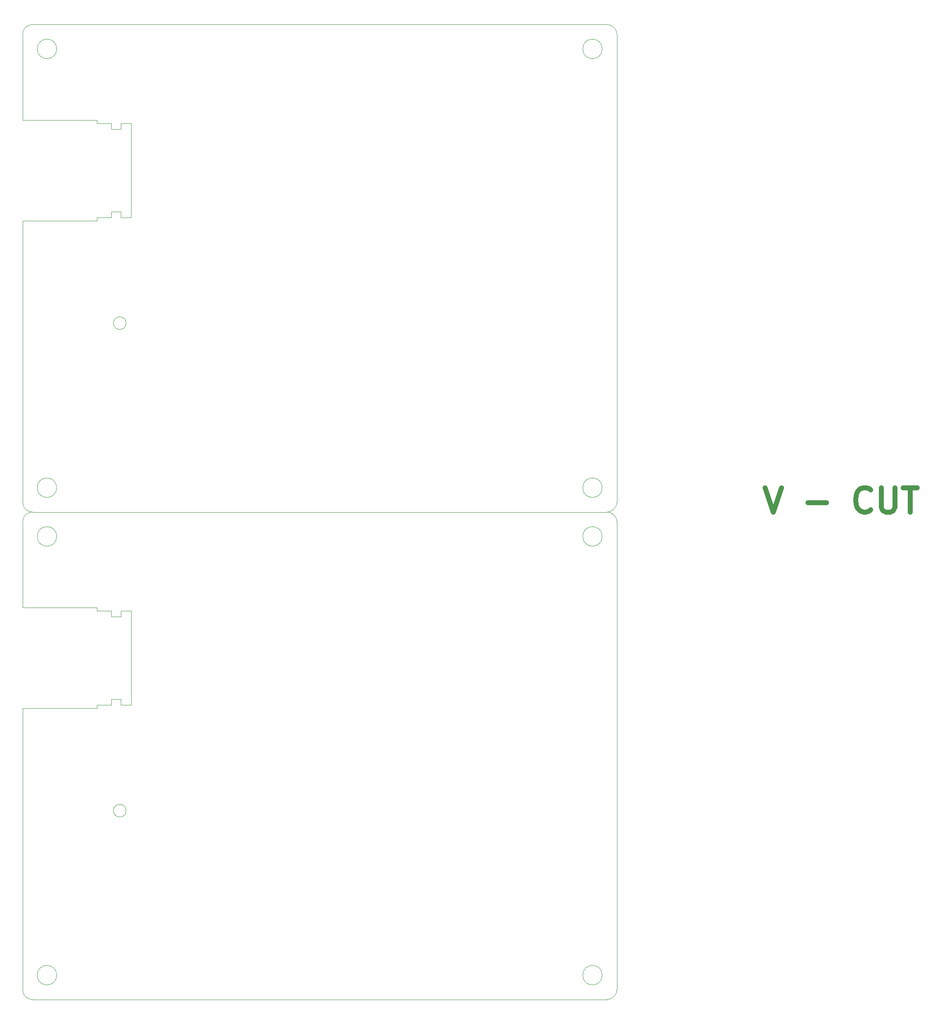
<source format=gbr>
%TF.GenerationSoftware,KiCad,Pcbnew,8.0.7*%
%TF.CreationDate,2025-01-08T09:33:51+09:00*%
%TF.ProjectId,CarInd-Main-V3.0,43617249-6e64-42d4-9d61-696e2d56332e,rev?*%
%TF.SameCoordinates,Original*%
%TF.FileFunction,Profile,NP*%
%FSLAX46Y46*%
G04 Gerber Fmt 4.6, Leading zero omitted, Abs format (unit mm)*
G04 Created by KiCad (PCBNEW 8.0.7) date 2025-01-08 09:33:51*
%MOMM*%
%LPD*%
G01*
G04 APERTURE LIST*
%TA.AperFunction,Profile*%
%ADD10C,0.100000*%
%TD*%
%TA.AperFunction,Profile*%
%ADD11C,0.050000*%
%TD*%
%ADD12C,1.000000*%
%TA.AperFunction,Profile*%
%ADD13C,0.120000*%
%TD*%
G04 APERTURE END LIST*
D10*
X94305000Y-240940000D02*
G75*
G02*
X90305000Y-240940000I-2000000J0D01*
G01*
X90305000Y-240940000D02*
G75*
G02*
X94305000Y-240940000I2000000J0D01*
G01*
D11*
X105490000Y-166220000D02*
X105490000Y-167420000D01*
X107490000Y-167420000D02*
X105490000Y-167420000D01*
X209300000Y-243930000D02*
X209300000Y-147930000D01*
D10*
X206295000Y-240940000D02*
G75*
G02*
X202295000Y-240940000I-2000000J0D01*
G01*
X202295000Y-240940000D02*
G75*
G02*
X206295000Y-240940000I2000000J0D01*
G01*
D11*
X87300000Y-186200000D02*
X87300000Y-243930000D01*
X209300000Y-243930000D02*
G75*
G02*
X207300000Y-245930000I-2000000J0D01*
G01*
X105490000Y-166220000D02*
X102590000Y-166220000D01*
X102590000Y-165520000D02*
X102590000Y-166220000D01*
X105490000Y-184310000D02*
X107490000Y-184310000D01*
X109595000Y-166220000D02*
X107490000Y-166220000D01*
X89300000Y-245930000D02*
G75*
G02*
X87300000Y-243930000I0J2000000D01*
G01*
X89300000Y-245930000D02*
X207300000Y-245930000D01*
X207300000Y-145930000D02*
G75*
G02*
X209300000Y-147930000I0J-2000000D01*
G01*
X109595000Y-166220000D02*
X109595000Y-185510000D01*
D10*
X94310000Y-150930000D02*
G75*
G02*
X90310000Y-150930000I-2000000J0D01*
G01*
X90310000Y-150930000D02*
G75*
G02*
X94310000Y-150930000I2000000J0D01*
G01*
D11*
X102590000Y-165520000D02*
X87300000Y-165520000D01*
X89300000Y-145930000D02*
X207300000Y-145930000D01*
X87300000Y-147930000D02*
G75*
G02*
X89300000Y-145930000I2000000J0D01*
G01*
D10*
X206295000Y-150930000D02*
G75*
G02*
X202295000Y-150930000I-2000000J0D01*
G01*
X202295000Y-150930000D02*
G75*
G02*
X206295000Y-150930000I2000000J0D01*
G01*
D11*
X102590000Y-185510000D02*
X102590000Y-186210000D01*
X109595000Y-185510000D02*
X107490000Y-185510000D01*
X107490000Y-184310000D02*
X107490000Y-185510000D01*
X105490000Y-185510000D02*
X102590000Y-185510000D01*
X87300000Y-186210000D02*
X102590000Y-186210000D01*
X107490000Y-166220000D02*
X107490000Y-167420000D01*
X105490000Y-184310000D02*
X105490000Y-185510000D01*
X87300000Y-147930000D02*
X87300000Y-165520000D01*
X89300000Y-145930000D02*
G75*
G02*
X87300000Y-143930000I0J2000000D01*
G01*
X209300000Y-143930000D02*
G75*
G02*
X207300000Y-145930000I-2000000J0D01*
G01*
X87300000Y-86210000D02*
X102590000Y-86210000D01*
X102590000Y-65520000D02*
X87300000Y-65520000D01*
X109595000Y-85510000D02*
X107490000Y-85510000D01*
X107490000Y-84310000D02*
X107490000Y-85510000D01*
X107490000Y-66220000D02*
X107490000Y-67420000D01*
D10*
X94310000Y-50930000D02*
G75*
G02*
X90310000Y-50930000I-2000000J0D01*
G01*
X90310000Y-50930000D02*
G75*
G02*
X94310000Y-50930000I2000000J0D01*
G01*
D11*
X109595000Y-66220000D02*
X107490000Y-66220000D01*
X102590000Y-85510000D02*
X102590000Y-86210000D01*
X105490000Y-84310000D02*
X105490000Y-85510000D01*
X107490000Y-67420000D02*
X105490000Y-67420000D01*
X89300000Y-45930000D02*
X207300000Y-45930000D01*
X87300000Y-86200000D02*
X87300000Y-143930000D01*
D10*
X206295000Y-50930000D02*
G75*
G02*
X202295000Y-50930000I-2000000J0D01*
G01*
X202295000Y-50930000D02*
G75*
G02*
X206295000Y-50930000I2000000J0D01*
G01*
D11*
X87300000Y-47930000D02*
G75*
G02*
X89300000Y-45930000I2000000J0D01*
G01*
X102590000Y-65520000D02*
X102590000Y-66220000D01*
X109595000Y-66220000D02*
X109595000Y-85510000D01*
X207300000Y-45930000D02*
G75*
G02*
X209300000Y-47930000I0J-2000000D01*
G01*
X209300000Y-143930000D02*
X209300000Y-47930000D01*
X89300000Y-145930000D02*
X207300000Y-145930000D01*
X105490000Y-66220000D02*
X105490000Y-67420000D01*
X87300000Y-47930000D02*
X87300000Y-65520000D01*
X105490000Y-85510000D02*
X102590000Y-85510000D01*
D10*
X206295000Y-140940000D02*
G75*
G02*
X202295000Y-140940000I-2000000J0D01*
G01*
X202295000Y-140940000D02*
G75*
G02*
X206295000Y-140940000I2000000J0D01*
G01*
D11*
X105490000Y-84310000D02*
X107490000Y-84310000D01*
X105490000Y-66220000D02*
X102590000Y-66220000D01*
D10*
X94305000Y-140940000D02*
G75*
G02*
X90305000Y-140940000I-2000000J0D01*
G01*
X90305000Y-140940000D02*
G75*
G02*
X94305000Y-140940000I2000000J0D01*
G01*
D12*
X239754084Y-140946095D02*
X241420751Y-145946095D01*
X241420751Y-145946095D02*
X243087417Y-140946095D01*
X248563608Y-144041333D02*
X252373132Y-144041333D01*
X261420751Y-145469904D02*
X261182655Y-145708000D01*
X261182655Y-145708000D02*
X260468370Y-145946095D01*
X260468370Y-145946095D02*
X259992179Y-145946095D01*
X259992179Y-145946095D02*
X259277893Y-145708000D01*
X259277893Y-145708000D02*
X258801703Y-145231809D01*
X258801703Y-145231809D02*
X258563608Y-144755619D01*
X258563608Y-144755619D02*
X258325512Y-143803238D01*
X258325512Y-143803238D02*
X258325512Y-143088952D01*
X258325512Y-143088952D02*
X258563608Y-142136571D01*
X258563608Y-142136571D02*
X258801703Y-141660380D01*
X258801703Y-141660380D02*
X259277893Y-141184190D01*
X259277893Y-141184190D02*
X259992179Y-140946095D01*
X259992179Y-140946095D02*
X260468370Y-140946095D01*
X260468370Y-140946095D02*
X261182655Y-141184190D01*
X261182655Y-141184190D02*
X261420751Y-141422285D01*
X263563608Y-140946095D02*
X263563608Y-144993714D01*
X263563608Y-144993714D02*
X263801703Y-145469904D01*
X263801703Y-145469904D02*
X264039798Y-145708000D01*
X264039798Y-145708000D02*
X264515989Y-145946095D01*
X264515989Y-145946095D02*
X265468370Y-145946095D01*
X265468370Y-145946095D02*
X265944560Y-145708000D01*
X265944560Y-145708000D02*
X266182655Y-145469904D01*
X266182655Y-145469904D02*
X266420751Y-144993714D01*
X266420751Y-144993714D02*
X266420751Y-140946095D01*
X268087417Y-140946095D02*
X270944560Y-140946095D01*
X269515988Y-145946095D02*
X269515988Y-140946095D01*
D13*
%TO.C,J11*%
X108560000Y-207190000D02*
G75*
G02*
X105960000Y-207190000I-1300000J0D01*
G01*
X105960000Y-207190000D02*
G75*
G02*
X108560000Y-207190000I1300000J0D01*
G01*
X108560000Y-107190000D02*
G75*
G02*
X105960000Y-107190000I-1300000J0D01*
G01*
X105960000Y-107190000D02*
G75*
G02*
X108560000Y-107190000I1300000J0D01*
G01*
%TD*%
M02*

</source>
